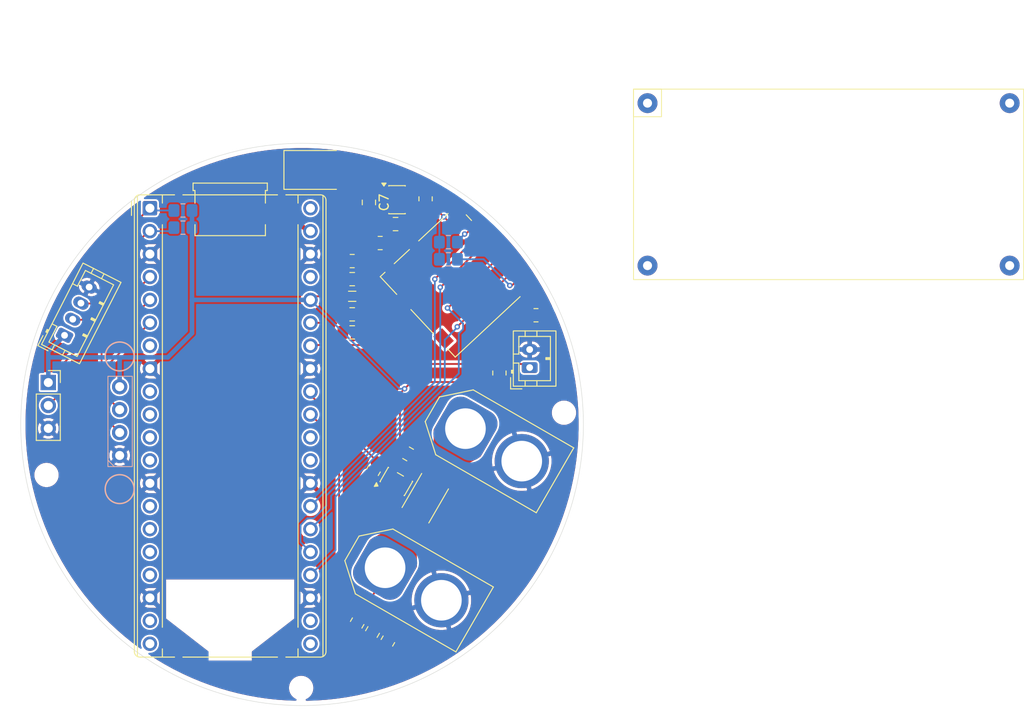
<source format=kicad_pcb>
(kicad_pcb
	(version 20241229)
	(generator "pcbnew")
	(generator_version "9.0")
	(general
		(thickness 1.6)
		(legacy_teardrops no)
	)
	(paper "A4")
	(layers
		(0 "F.Cu" signal)
		(2 "B.Cu" signal)
		(9 "F.Adhes" user "F.Adhesive")
		(11 "B.Adhes" user "B.Adhesive")
		(13 "F.Paste" user)
		(15 "B.Paste" user)
		(5 "F.SilkS" user "F.Silkscreen")
		(7 "B.SilkS" user "B.Silkscreen")
		(1 "F.Mask" user)
		(3 "B.Mask" user)
		(17 "Dwgs.User" user "User.Drawings")
		(19 "Cmts.User" user "User.Comments")
		(21 "Eco1.User" user "User.Eco1")
		(23 "Eco2.User" user "User.Eco2")
		(25 "Edge.Cuts" user)
		(27 "Margin" user)
		(31 "F.CrtYd" user "F.Courtyard")
		(29 "B.CrtYd" user "B.Courtyard")
		(35 "F.Fab" user)
		(33 "B.Fab" user)
		(39 "User.1" user)
		(41 "User.2" user)
		(43 "User.3" user)
		(45 "User.4" user)
	)
	(setup
		(pad_to_mask_clearance 0)
		(allow_soldermask_bridges_in_footprints no)
		(tenting front back)
		(grid_origin 134.95 93.5)
		(pcbplotparams
			(layerselection 0x00000000_00000000_55555555_5755f5ff)
			(plot_on_all_layers_selection 0x00000000_00000000_00000000_00000000)
			(disableapertmacros no)
			(usegerberextensions no)
			(usegerberattributes yes)
			(usegerberadvancedattributes yes)
			(creategerberjobfile yes)
			(dashed_line_dash_ratio 12.000000)
			(dashed_line_gap_ratio 3.000000)
			(svgprecision 4)
			(plotframeref no)
			(mode 1)
			(useauxorigin no)
			(hpglpennumber 1)
			(hpglpenspeed 20)
			(hpglpendiameter 15.000000)
			(pdf_front_fp_property_popups yes)
			(pdf_back_fp_property_popups yes)
			(pdf_metadata yes)
			(pdf_single_document no)
			(dxfpolygonmode yes)
			(dxfimperialunits yes)
			(dxfusepcbnewfont yes)
			(psnegative no)
			(psa4output no)
			(plot_black_and_white yes)
			(sketchpadsonfab no)
			(plotpadnumbers no)
			(hidednponfab no)
			(sketchdnponfab yes)
			(crossoutdnponfab yes)
			(subtractmaskfromsilk no)
			(outputformat 1)
			(mirror no)
			(drillshape 1)
			(scaleselection 1)
			(outputdirectory "")
		)
	)
	(net 0 "")
	(net 1 "/ISENSE_ADC")
	(net 2 "/SCL")
	(net 3 "unconnected-(A1-GPIO5-Pad7)")
	(net 4 "GND")
	(net 5 "unconnected-(A1-VBUS-Pad40)")
	(net 6 "Net-(A1-VSYS)")
	(net 7 "unconnected-(A1-GPIO8-Pad11)")
	(net 8 "/NTC_ADC")
	(net 9 "unconnected-(A1-GPIO15-Pad20)")
	(net 10 "/SD_MOSI")
	(net 11 "/VBAT_ADC")
	(net 12 "/SPI1_MISO")
	(net 13 "/UART0_RX")
	(net 14 "+3.3V")
	(net 15 "/SD_CLK")
	(net 16 "unconnected-(A1-GPIO6-Pad9)")
	(net 17 "/LC_SCK")
	(net 18 "unconnected-(A1-GPIO9-Pad12)")
	(net 19 "/UART0_TX")
	(net 20 "unconnected-(A1-GPIO7-Pad10)")
	(net 21 "/RPM")
	(net 22 "/SPI1_SCK")
	(net 23 "/SD_MISO")
	(net 24 "unconnected-(A1-GPIO14-Pad19)")
	(net 25 "unconnected-(A1-3V3_EN-Pad37)")
	(net 26 "/SDA")
	(net 27 "Net-(A1-ADC_VREF)")
	(net 28 "unconnected-(A1-RUN-Pad30)")
	(net 29 "/SD_CS")
	(net 30 "/SPI1_MOSI")
	(net 31 "unconnected-(A1-GPIO22-Pad29)")
	(net 32 "/SPI1_CSN")
	(net 33 "/LC_DT")
	(net 34 "/DET_B")
	(net 35 "+5V")
	(net 36 "+12V")
	(net 37 "Net-(J10-SHIELD)")
	(net 38 "/DET_A")
	(net 39 "Net-(J10-VDD)")
	(net 40 "Net-(J10-DAT1)")
	(net 41 "Net-(J10-DAT2)")
	(net 42 "Net-(R4-Pad1)")
	(net 43 "Net-(U2-QOD)")
	(net 44 "unconnected-(U2-CT-Pad4)")
	(net 45 "/BOUT_P")
	(footprint "MountingHole:MountingHole_2.2mm_M2_ISO7380" (layer "F.Cu") (at 134.85 122.7))
	(footprint "Resistor_SMD:R_2512_6332Metric_Pad1.40x3.35mm_HandSolder" (layer "F.Cu") (at 148.589359 101.672982 -120))
	(footprint "Resistor_SMD:R_0805_2012Metric_Pad1.20x1.40mm_HandSolder" (layer "F.Cu") (at 160.85 81.4 180))
	(footprint "Resistor_SMD:R_0805_2012Metric_Pad1.20x1.40mm_HandSolder" (layer "F.Cu") (at 142.860194 98.596186 60))
	(footprint "Inductor_SMD:L_0805_2012Metric_Pad1.05x1.20mm_HandSolder" (layer "F.Cu") (at 140.5 79.3 180))
	(footprint "Resistor_SMD:R_0805_2012Metric_Pad1.20x1.40mm_HandSolder" (layer "F.Cu") (at 141.05 115.5 -120))
	(footprint "Buck:LM2596_DCDC_Module" (layer "F.Cu") (at 193.25 66.9))
	(footprint "Connector_AMASS:AMASS_XT60-F_1x02_P7.20mm_Vertical" (layer "F.Cu") (at 153.039358 93.965356 -30))
	(footprint "Connector_AMASS:AMASS_XT60-F_1x02_P7.20mm_Vertical" (layer "F.Cu") (at 144.139359 109.380607 -30))
	(footprint "Diode_SMD:D_SMB" (layer "F.Cu") (at 136.6 65.3))
	(footprint "Resistor_SMD:R_0805_2012Metric_Pad1.20x1.40mm_HandSolder" (layer "F.Cu") (at 143.6 73.4 180))
	(footprint "Module:RaspberryPi_Pico_Common_THT" (layer "F.Cu") (at 118.1 69.54))
	(footprint "Capacitor_SMD:C_0805_2012Metric_Pad1.18x1.45mm_HandSolder" (layer "F.Cu") (at 146.688655 96.765098 -30))
	(footprint "MountingHole:MountingHole_2.2mm_M2_ISO7380" (layer "F.Cu") (at 163.95 92.2))
	(footprint "MountingHole:MountingHole_2.2mm_M2_ISO7380" (layer "F.Cu") (at 106.65 99.1))
	(footprint "Package_TO_SOT_SMD:SOT-23-5" (layer "F.Cu") (at 145.385066 99.822981 60))
	(footprint "Package_TO_SOT_SMD:SOT-23-6" (layer "F.Cu") (at 145.4625 68.6))
	(footprint "Capacitor_SMD:C_0805_2012Metric_Pad1.18x1.45mm_HandSolder" (layer "F.Cu") (at 142.75 116.5 60))
	(footprint "Connector_Card:microSD_HC_Molex_104031-0811" (layer "F.Cu") (at 152 77.6 -47))
	(footprint "Connector_JST:JST_PH_B4B-PH-K_1x04_P2.00mm_Vertical" (layer "F.Cu") (at 108.647975 83.623326 63))
	(footprint "Connector_PinSocket_2.54mm:PinSocket_1x03_P2.54mm_Vertical" (layer "F.Cu") (at 106.85 88.86))
	(footprint "Resistor_SMD:R_0805_2012Metric_Pad1.20x1.40mm_HandSolder" (layer "F.Cu") (at 144.45 117.5 60))
	(footprint "Capacitor_SMD:C_0805_2012Metric_Pad1.18x1.45mm_HandSolder" (layer "F.Cu") (at 145.3 71.3 180))
	(footprint "Capacitor_SMD:C_0805_2012Metric_Pad1.18x1.45mm_HandSolder" (layer "F.Cu") (at 142.35 68.9 -90))
	(footprint "Capacitor_SMD:C_0805_2012Metric_Pad1.18x1.45mm_HandSolder" (layer "F.Cu") (at 140.5 77.4))
	(footprint "Resistor_SMD:R_0805_2012Metric_Pad1.20x1.40mm_HandSolder" (layer "F.Cu") (at 140.5 75.4))
	(footprint "Resistor_SMD:R_0805_2012Metric_Pad1.20x1.40mm_HandSolder" (layer "F.Cu") (at 156.8 87.8 90))
	(footprint "Resistor_SMD:R_0805_2012Metric_Pad1.20x1.40mm_HandSolder" (layer "F.Cu") (at 148.625 68.5 -90))
	(footprint "Capacitor_SMD:C_0805_2012Metric_Pad1.18x1.45mm_HandSolder" (layer "F.Cu") (at 140.5 81.3))
	(footprint "Connector_JST:JST_PH_B2B-PH-K_1x02_P2.00mm_Vertical" (layer "F.Cu") (at 160.15 87.2 90))
	(footprint "Capacitor_SMD:C_0805_2012Metric_Pad1.18x1.45mm_HandSolder" (layer "F.Cu") (at 140.5 83.3))
	(footprint "Resistor_SMD:R_0805_2012Metric_Pad1.20x1.40mm_HandSolder" (layer "B.Cu") (at 151.15 73.3))
	(footprint "HX711Module:HX711_Module_NoAnalog" (layer "B.Cu") (at 126.55 93.667))
	(footprint "Resistor_SMD:R_0805_2012Metric_Pad1.20x1.40mm_HandSolder" (layer "B.Cu") (at 121.761604 69.7929 180))
	(footprint "Resistor_SMD:R_0805_2012Metric_Pad1.20x1.40mm_HandSolder" (layer "B.Cu") (at 151.15 75.2))
	(footprint "Resistor_SMD:R_0805_2012Metric_Pad1.20x1.40mm_HandSolder" (layer "B.Cu") (at 121.761604 71.6929 180))
	(gr_line
		(start 147.75 103)
		(end 146.95 104.3)
		(stroke
			(width 0.2)
			(type default)
		)
		(layer "F.Cu")
		(net 36)
		(uuid "2df46c3b-215f-41bd-8d44-0955e870552b")
	)
	(gr_line
		(start 148.55 100.3)
		(end 149.25 100.3)
		(stroke
			(width 0.2)
			(type default)
		)
		(layer "F.Cu")
		(net 45)
		(uuid "3820bcbe-7143-4377-83c7-ed9a88a6343d")
	)
	(gr_line
		(start 147.55 102.3)
		(end 147.75 103)
		(stroke
			(width 0.2)
			(type default)
		)
		(layer "F.Cu")
		(net 36)
		(uuid "463151d0-fb33-4796-8b72-6546a5f3391e")
	)
	(gr_line
		(start 146.75 99.3)
		(end 148.55 100.3)
		(stroke
			(width 0.2)
			(type default)
		)
		(layer "F.Cu")
		(net 45)
		(uuid "b69c472b-aa2f-4038-a41f-1878b7fbfa21")
	)
	(gr_line
		(start 141.55 114.6)
		(end 143.15 111.8)
		(stroke
			(width 0.2)
			(type default)
		)
		(layer "F.Cu")
		(net 36)
		(uuid "b88a325b-7965-48a3-9e21-9fa522e6da91")
	)
	(gr_line
		(start 149.25 100.3)
		(end 150.05 99)
		(stroke
			(width 0.2)
			(type default)
		)
		(layer "F.Cu")
		(net 45)
		(uuid "c33c3565-083c-4986-a070-9d4c396c6850")
	)
	(gr_line
		(start 144.05 100.3)
		(end 142.35 99.4)
		(stroke
			(width 0.2)
			(type default)
		)
		(layer "F.Cu")
		(net 42)
		(uuid "f1b41719-89c1-413b-8fbe-0bfdbbfefa49")
	)
	(gr_line
		(start 145.25 98.1)
		(end 145.95 96.8)
		(stroke
			(width 0.2)
			(type default)
		)
		(layer "F.Cu")
		(net 14)
		(uuid "f1e5e460-9474-45a9-b0c5-68ad9bcc5afa")
	)
	(gr_line
		(start 145.65 101.3)
		(end 147.55 102.3)
		(stroke
			(width 0.2)
			(type default)
		)
		(layer "F.Cu")
		(net 36)
		(uuid "f558b25d-cc19-4831-9a56-687a7e12bb48")
	)
	(gr_circle
		(center 134.95 93.5)
		(end 166.1 93.5)
		(stroke
			(width 0.05)
			(type solid)
		)
		(fill no)
		(layer "Edge.Cuts")
		(uuid "4d39f37c-82b0-4297-991d-5e3f02ac3e50")
	)
	(gr_circle
		(center 134.95 93.5)
		(end 166.1 93.5)
		(stroke
			(width 0.05)
			(type solid)
		)
		(fill no)
		(layer "Margin")
		(uuid "dbb84c0f-8ac3-4c6b-b96a-1e774551e1f8")
	)
	(segment
		(start 143.360194 97.73016)
		(end 143.360194 97.710194)
		(width 0.2)
		(layer "F.Cu")
		(net 1)
		(uuid "4eefc112-53b1-4872-848e-4a3c5071e51b")
	)
	(segment
		(start 135.88 90.23)
		(end 135.88 89.86)
		(width 0.2)
		(layer "F.Cu")
		(net 1)
		(uuid "6f0aaa66-1c8c-4ab6-950c-fdee6f1eaf3f")
	)
	(segment
		(start 143.360194 97.710194)
		(end 135.88 90.23)
		(width 0.2)
		(layer "F.Cu")
		(net 1)
		(uuid "7285ccd7-3ba3-495e-93cb-f2b0359751e7")
	)
	(segment
		(start 109.414643 81.9)
		(end 111.2 81.9)
		(width 0.2)
		(layer "F.Cu")
		(net 2)
		(uuid "211466af-663d-4dc5-a164-e829565cdd94")
	)
	(segment
		(start 118.08 72.1)
		(end 118.1 72.08)
		(width 0.2)
		(layer "F.Cu")
		(net 2)
		(uuid "4571531e-1dcf-4a72-9dab-8cddd32e2c3d")
	)
	(segment
		(start 114.55 75.5)
		(end 117.95 72.1)
		(width 0.2)
		(layer "F.Cu")
		(net 2)
		(uuid "4e96be37-51fb-4af7-97c3-adf05a739510")
	)
	(segment
		(start 111.2 81.9)
		(end 114.55 78.55)
		(width 0.2)
		(layer "F.Cu")
		(net 2)
		(uuid "589dc0ff-0601-4fc0-bb33-4cc7bbc5e6f8")
	)
	(segment
		(start 114.55 78.55)
		(end 114.55 75.5)
		(width 0.2)
		(layer "F.Cu")
		(net 2)
		(uuid "7e57dab2-b992-4bd9-9e39-612db3378c61")
	)
	(segment
		(start 109.055956 81.541313)
		(end 109.414643 81.9)
		(width 0.2)
		(layer "F.Cu")
		(net 2)
		(uuid "9fb3c99c-a6c8-4b56-8bca-7e8e2d69e337")
	)
	(segment
		(start 117.95 72.1)
		(end 118.08 72.1)
		(width 0.2)
		(layer "F.Cu")
		(net 2)
		(uuid "d9cb47b2-faa8-4758-bb6d-d5e7cc8084e6")
	)
	(segment
		(start 118.1 72.08)
		(end 120.374504 72.08)
		(width 0.2)
		(layer "B.Cu")
		(net 2)
		(uuid "7e37ac5a-79e6-4084-97d1-d58808edb083")
	)
	(segment
		(start 120.374504 72.08)
		(end 120.761604 71.6929)
		(width 0.2)
		(layer "B.Cu")
		(net 2)
		(uuid "a3b0c38d-c6a2-43f6-ba0c-3fbe3137a7a1")
	)
	(segment
		(start 135.53 72.08)
		(end 135.88 72.08)
		(width 0.5)
		(layer "F.Cu")
		(net 6)
		(uuid "036bc7df-810f-4f19-9e8e-f3da240a669e")
	)
	(segment
		(start 134.15 70.7)
		(end 135.53 72.08)
		(width 0.5)
		(layer "F.Cu")
		(net 6)
		(uuid "5b6cd7cc-7b09-4c9e-9c87-547d9bd965f0")
	)
	(segment
		(start 134.15 65.6)
		(end 134.15 70.7)
		(width 0.5)
		(layer "F.Cu")
		(net 6)
		(uuid "d305ad64-87e2-4691-b421-d2450f69474f")
	)
	(segment
		(start 134.45 65.3)
		(end 134.15 65.6)
		(width 0.5)
		(layer "F.Cu")
		(net 6)
		(uuid "f331e36a-1f23-40c8-8521-ad5f71c0b5b4")
	)
	(segment
		(start 145.35 86.8)
		(end 156.8 86.8)
		(width 0.2)
		(layer "F.Cu")
		(net 8)
		(uuid "25d528a0-00fe-4fae-be29-00a75ef23d73")
	)
	(segment
		(start 135.96 84.7)
		(end 143.25 84.7)
		(width 0.2)
		(layer "F.Cu")
		(net 8)
		(uuid "4de930b6-6279-4fbd-bfb4-643f2fbb1c36")
	)
	(segment
		(start 143.25 84.7)
		(end 145.35 86.8)
		(width 0.2)
		(layer "F.Cu")
		(net 8)
		(uuid "7b4f182d-3430-4626-8ea4-c3cae11b5b0c")
	)
	(segment
		(start 135.88 84.78)
		(end 135.96 84.7)
		(width 0.2)
		(layer "F.Cu")
		(net 8)
		(uuid "989d4b8a-ca9c-42aa-8f83-11f1c8b07bc6")
	)
	(segment
		(start 160.15 87.2)
		(end 159.75 86.8)
		(width 0.2)
		(layer "F.Cu")
		(net 8)
		(uuid "b5affcb5-8421-4f00-8c9c-78f955f2ff53")
	)
	(segment
		(start 159.75 86.8)
		(end 156.8 86.8)
		(width 0.2)
		(layer "F.Cu")
		(net 8)
		(uuid "b5d16c12-368c-4b1f-b53b-4e9676198ff5")
	)
	(segment
		(start 155.368668 73.221233)
		(end 150.289901 78.3)
		(width 0.2)
		(layer "F.Cu")
		(net 10)
		(uuid "5b42790e-b521-4c7b-b325-ebb020778fff")
	)
	(segment
		(start 150.289901 78.3)
		(end 150.25 78.3)
		(width 0.2)
		(layer "F.Cu")
		(net 10)
		(uuid "5dbfa705-1250-4175-909b-089516ea0c1d")
	)
	(via
		(at 150.25 78.3)
		(size 0.6)
		(drill 0.3)
		(layers "F.Cu" "B.Cu")
		(net 10)
		(uuid "4117ba32-427e-42fa-aa91-dc29333f0d78")
	)
	(segment
		(start 137.634314 102.515686)
		(end 137.634314 101.384314)
		(width 0.2)
		(layer "B.Cu")
		(net 10)
		(uuid "0b45a4a4-3648-465a-bc42-a60e2dddf336")
	)
	(segment
		(start 150.25 88.768628)
		(end 150.25 78.3)
		(width 0.2)
		(layer "B.Cu")
		(net 10)
		(uuid "1600bb01-bf93-4de3-869f-dfd230bf8c08")
	)
	(segment
		(start 134.779 106.539)
		(end 134.779 104.64395)
		(width 0.2)
		(layer "B.Cu")
		(net 10)
		(uuid "46646574-5959-4b40-a4bb-5746011641d7")
	)
	(segment
		(start 135.88 107.64)
		(end 134.779 106.539)
		(width 0.2)
		(layer "B.Cu")
		(net 10)
		(uuid "58d1c042-1100-4912-ab4f-dc7dc89566bd")
	)
	(segment
		(start 134.779 104.64395)
		(end 135.52295 103.9)
		(width 0.2)
		(layer "B.Cu")
		(net 10)
		(uuid "7a45ff8f-fc45-4246-b307-3dd88ed74400")
	)
	(segment
		(start 136.25 103.9)
		(end 137.634314 102.515686)
		(width 0.2)
		(layer "B.Cu")
		(net 10)
		(uuid "a649efae-43d7-42fe-a530-e55915b1fac6")
	)
	(segment
		(start 137.634314 101.384314)
		(end 150.25 88.768628)
		(width 0.2)
		(layer "B.Cu")
		(net 10)
		(uuid "c2024c17-1592-498d-a572-8761cf12480c")
	)
	(segment
		(start 135.52295 103.9)
		(end 136.25 103.9)
		(width 0.2)
		(layer "B.Cu")
		(net 10)
		(uuid "efb8d947-4616-421b-8780-379f6caede5e")
	)
	(segment
		(start 139.05 95.57)
		(end 135.88 92.4)
		(width 0.2)
		(layer "F.Cu")
		(net 11)
		(uuid "47cbc32f-119e-4e71-8449-fc5be0a0e920")
	)
	(segment
		(start 139.05 114.866026)
		(end 139.05 95.57)
		(width 0.2)
		(layer "F.Cu")
		(net 11)
		(uuid "6d9b71b1-0d98-4eaa-a4e3-c19704998eda")
	)
	(segment
		(start 140.55 116.366026)
		(end 139.05 114.866026)
		(width 0.2)
		(layer "F.Cu")
		(net 11)
		(uuid "a241b935-5922-4ae3-bd31-af9562f28a88")
	)
	(segment
		(start 140.9875 67.8625)
		(end 142.35 67.8625)
		(width 0.2)
		(layer "F.Cu")
		(net 14)
		(uuid "0052405a-78b5-4de6-8a34-4a967aec362e")
	)
	(segment
		(start 139.5 69.35)
		(end 140.9875 67.8625)
		(width 0.2)
		(layer "F.Cu")
		(net 14)
		(uuid "1914ff1e-0378-4236-9a28-718b69a2f5a0")
	)
	(segment
		(start 145.790154 90.059846)
		(end 147.05 88.8)
		(width 0.2)
		(layer "F.Cu")
		(net 14)
		(uuid "1ba3014a-715b-48c3-b754-232e11860267")
	)
	(segment
		(start 139.4625 77.4)
		(end 139.4625 79.1875)
		(width 0.2)
		(layer "F.Cu")
		(net 14)
		(uuid "2afea863-d978-4591-a7d2-e16bb5a6b421")
	)
	(segment
		(start 144.325 67.65)
		(end 142.5625 67.65)
		(width 0.2)
		(layer "F.Cu")
		(net 14)
		(uuid "400e57fa-7cf6-475d-8a7c-5a69d31b1666")
	)
	(segment
		(start 139.35 79.3)
		(end 136.28 79.3)
		(width 0.2)
		(layer "F.Cu")
		(net 14)
		(uuid "4e35218e-0fe1-4bc3-9c25-a1ac04c7188b")
	)
	(segment
		(start 156.8 88.8)
		(end 147.05 88.8)
		(width 0.2)
		(layer "F.Cu")
		(net 14)
		(uuid "5e662ccb-10b6-49f5-8b46-3a5e19614ffc")
	)
	(segment
		(start 139.4625 79.1875)
		(end 139.35 79.3)
		(width 0.2)
		(layer "F.Cu")
		(net 14)
		(uuid "6bc73c26-8c93-4be1-9a92-aecbcba869e4")
	)
	(segment
		(start 145.790154 96.246348)
		(end 145.790154 90.059846)
		(width 0.2)
		(layer "F.Cu")
		(net 14)
		(uuid "6ef1633b-c4e2-477d-a960-9bc9a752f979")
	)
	(segment
		(start 142.5625 67.65)
		(end 142.35 67.8625)
		(width 0.2)
		(layer "F.Cu")
		(net 14)
		(uuid "87e34536-dbbd-4d37-8e53-332e6e870ef2")
	)
	(segment
		(start 139.5 75.4)
		(end 139.5 69.35)
		(width 0.2)
		(layer "F.Cu")
		(net 14)
		(uuid "aa6cc20c-9a5b-4e19-84c5-6698fc3bd406")
	)
	(segment
		(start 136.28 79.3)
		(end 135.88 79.7)
		(width 0.2)
		(layer "F.Cu")
		(net 14)
		(uuid "c25f52df-a5d8-4354-95f6-85bd977c5e8a")
	)
	(via
		(at 146.3 89.55)
		(size 0.6)
		(drill 0.3)
		(layers "F.Cu" "B.Cu")
		(net 14)
		(uuid "4a4cf025-c19b-46de-b7d1-c9b9eb8bd014")
	)
	(segment
		(start 115.75 86.064)
		(end 120.086 86.064)
		(width 0.5)
		(layer "B.Cu")
		(net 14)
		(uuid "075d3dc1-47bd-4dbe-9cef-70f572e2a7ea")
	)
	(segment
		(start 122.761604 83.388396)
		(end 122.761604 79.7)
		(width 0.5)
		(layer "B.Cu")
		(net 14)
		(uuid "1b567e70-4cdd-48ce-975f-791c6e8c36e8")
	)
	(segment
		(start 115.75 86.064)
		(end 114.55 86.064)
		(width 0.5)
		(layer "B.Cu")
		(net 14)
		(uuid "261481a5-c9fb-4676-8b4a-369ddfbd41ea")
	)
	(segment
		(start 122.761604 79.7)
		(end 135.88 79.7)
		(width 0.5)
		(layer "B.Cu")
		(net 14)
		(uuid "4cce6078-ad6b-4c01-9798-7c47a4c2aa04")
	)
	(segment
		(start 135.88 79.7)
		(end 145.73 89.55)
		(width 0.2)
		(layer "B.Cu")
		(net 14)
		(uuid "54a22445-ef0d-4793-8052-47e9939e35b1")
	)
	(segment
		(start 120.086 86.064)
		(end 122.761604 83.388396)
		(width 0.5)
		(layer "B.Cu")
		(net 14)
		(uuid "639b08ae-7f1e-407a-b157-6fc28d594e9e")
	)
	(segment
		(start 145.73 89.55)
		(end 146.3 89.55)
		(width 0.2)
		(layer "B.Cu")
		(net 14)
		(uuid "7aa675cb-4ca4-416c-83e3-93019a5bff17")
	)
	(segment
		(start 106.886 86.064)
		(end 106.85 86.1)
		(width 0.5)
		(layer "B.Cu")
		(net 14)
		(uuid "7fa944e2-92af-4604-ac88-6b2771e336ef")
	)
	(segment
		(start 114.55 86.064)
		(end 106.886 86.064)
		(width 0.5)
		(layer "B.Cu")
		(net 14)
		(uuid "8c8c098f-a893-4ad8-b880-85c54877c339")
	)
	(segment
		(start 114.75 86.264)
		(end 114.55 86.064)
		(width 0.5)
		(layer "B.Cu")
		(net 14)
		(uuid "a333cbc7-5acd-40f8-97bb-8e562c551a5b")
	)
	(segment
		(start 106.85 85.421301)
		(end 108.647975 83.623326)
		(width 0.5)
		(layer "B.Cu")
		(net 14)
		(uuid "b344f085-4cc1-4a8a-9796-67beb2982f5f")
	)
	(segment
		(start 106.85 86.1)
		(end 106.85 85.421301)
		(width 0.5)
		(layer "B.Cu")
		(net 14)
		(uuid "bd7c268a-9935-4bf8-9327-af83ef240e5f")
	)
	(segment
		(start 106.99 89)
		(end 106.85 88.86)
		(width 0.5)
		(layer "B.Cu")
		(net 14)
		(uuid "de278149-7907-44a4-a5a1-c08f18e15657")
	)
	(segment
		(start 106.85 88.86)
		(end 106.85 86.1)
		(width 0.5)
		(layer "B.Cu")
		(net 14)
		(uuid "e42674f2-614e-4d62-b763-3360fb09d030")
	)
	(segment
		(start 114.75 89.32)
		(end 114.43 89)
		(width 0.5)
		(layer "B.Cu")
		(net 14)
		(uuid "e84cab7b-1dc7-4604-83c0-707644b2faf9")
	)
	(segment
		(start 122.761604 79.7)
		(end 122.761604 69.7929)
		(width 0.5)
		(layer "B.Cu")
		(net 14)
		(uuid "f256436e-8f26-4fc9-ba40-b5796aebc49b")
	)
	(segment
		(start 114.75 89.32)
		(end 114.75 86.264)
		(width 0.5)
		(layer "B.Cu")
		(net 14)
		(uuid "fa2ea609-c46b-42d0-9783-942b59de060c")
	)
	(segment
		(start 151.099278 80.6)
		(end 151.05 80.6)
		(width 0.2)
		(layer "F.Cu")
		(net 15)
		(uuid "30797f8a-50c2-407c-9f64-e64bcd0e3d88")
	)
	(segment
		(start 156.869065 74.830213)
		(end 151.099278 80.6)
		(width 0.2)
		(layer "F.Cu")
		(net 15)
		(uuid "9f8c1a44-ae7a-4f3e-ba4d-c5178d047d4d")
	)
	(via
		(at 151.05 80.6)
		(size 0.6)
		(drill 0.3)
		(layers "F.Cu" "B.Cu")
		(net 15)
		(uuid "47464cdf-a539-4225-8fcf-c9b6d3709df1")
	)
	(segment
		(start 152.779327 82.948566)
		(end 152.779327 82.329327)
		(width 0.2)
		(layer "B.Cu")
		(net 15)
		(uuid "08be3b59-ad46-4701-be57-886a98756f6b")
	)
	(segment
		(start 152.3 83.427893)
		(end 152.779327 82.948566)
		(width 0.2)
		(layer "B.Cu")
		(net 15)
		(uuid "0da75b40-84f0-4e3f-8e86-a644ff6302dc")
	)
	(segment
		(start 152.3 87.85)
		(end 152.3 83.427893)
		(width 0.2)
		(layer "B.Cu")
		(net 15)
		(uuid "1adf999e-975f-4525-b3d5-378bae5ff37f")
	)
	(segment
		(start 138.65 101.5)
		(end 152.3 87.85)
		(width 0.2)
		(layer "B.Cu")
		(net 15)
		(uuid "676c8edb-bd6c-4882-9ac0-8cd58944ec9e")
	)
	(segment
		(start 135.88 110.18)
		(end 138.65 107.41)
		(width 0.2)
		(layer "B.Cu")
		(net 15)
		(uuid "d52bcd81-b070-480c-b01e-97014de802d1")
	)
	(segment
		(start 152.779327 82.329327)
		(end 151.05 80.6)
		(width 0.2)
		(layer "B.Cu")
		(net 15)
		(uuid "f07eae34-1c1a-4591-8ae4-91706f55d099")
	)
	(segment
		(start 138.65 107.41)
		(end 138.65 101.5)
		(width 0.2)
		(layer "B.Cu")
		(net 15)
		(uuid "f633eb62-2738-4070-8628-96bc7e99b830")
	)
	(segment
		(start 114.75 91.86)
		(end 113.25 90.36)
		(width 0.2)
		(layer "F.Cu")
		(net 17)
		(uuid "444edc0d-ad30-4ecf-893a-6861ea3d5242")
	)
	(segment
		(start 113.25 87.09)
		(end 118.1 82.24)
		(width 0.2)
		(layer "F.Cu")
		(net 17)
		(uuid "fadbdd84-301c-488e-afd8-52a759ee3a50")
	)
	(segment
		(start 113.25 90.36)
		(end 113.25 87.09)
		(width 0.2)
		(layer "F.Cu")
		(net 17)
		(uuid "fdfc97e7-a19a-4016-8914-e70354782bdb")
	)
	(segment
		(start 108.65 89.6)
		(end 106.85 91.4)
		(width 0.2)
		(layer "F.Cu")
		(net 21)
		(uuid "319309bc-517c-4a4d-bcca-15169559eb81")
	)
	(segment
		(start 108.65 86.61)
		(end 108.65 89.6)
		(width 0.2)
		(layer "F.Cu")
		(net 21)
		(uuid "91cc0c56-90d4-45d7-a8b8-a39014f6a6c2")
	)
	(segment
		(start 118.1 77.16)
		(end 108.65 86.61)
		(width 0.2)
		(layer "F.Cu")
		(net 21)
		(uuid "eca1934c-4ff5-4926-8198-00fbd29731b2")
	)
	(segment
		(start 158.369462 76.439192)
		(end 152.129327 82.679327)
		(width 0.2)
		(layer "F.Cu")
		(net 23)
		(uuid "41c238f1-cb1f-453a-b66a-3d6bd53d5159")
	)
	(via
		(at 152.129327 82.679327)
		(size 0.6)
		(drill 0.3)
		(layers "F.Cu" "B.Cu")
		(net 23)
		(uuid "9dbeabcf-24ce-4cb8-97b8-e33ec659edb2")
	)
	(segment
		(start 152.129327 82.744879)
		(end 152.129327 82.679327)
		(width 0.2)
		(layer "B.Cu")
		(net 23)
		(uuid "006f6a94-5203-42be-a64d-4a6d508ea4f8")
	)
	(segment
		(start 150.75 84.124206)
		(end 152.129327 82.744879)
		(width 0.2)
		(layer "B.Cu")
		(net 23)
		(uuid "5bfcc7f2-2553-4206-91a9-81ac5966e3ec")
	)
	(segment
		(start 138.167157 102.812843)
		(end 138.167157 101.417157)
		(width 0.2)
		(layer "B.Cu")
		(net 23)
		(uuid "787fc0e1-ce04-47ca-9c53-48c31088ef5b")
	)
	(segment
		(start 135.88 105.1)
		(end 138.167157 102.812843)
		(width 0.2)
		(layer "B.Cu")
		(net 23)
		(uuid "dd3cdcce-5faa-4eb2-b9d8-a6cdfeab2c13")
	)
	(segment
		(start 150.75 88.834314)
		(end 150.75 84.124206)
		(width 0.2)
		(layer "B.Cu")
		(net 23)
		(uuid "f002a166-e2f7-46a1-9b83-8cbe8be67a4e")
	)
	(segment
		(start 138.167157 101.417157)
		(end 150.75 88.834314)
		(width 0.2)
		(layer "B.Cu")
		(net 23)
		(uuid "f4588899-de58-41ab-b63e-6325c8d5e2a8")
	)
	(segment
		(start 109.963937 79.759299)
		(end 110.304638 80.1)
		(width 0.2)
		(layer "F.Cu")
		(net 26)
		(uuid "00bfa33e-a608-41b2-80f9-95e645a64770")
	)
	(segment
		(start 113.4 74.2)
		(end 118.06 69.54)
		(width 0.2)
		(layer "F.Cu")
		(net 26)
		(uuid "2a453d2b-6a0d-4682-854d-79390dfad3fa")
	)
	(segment
		(start 110.304638 80.1)
		(end 111.9 80.1)
		(width 0.2)
		(layer "F.Cu")
		(net 26)
		(uuid "2f5fd4fe-7775-44fa-92ba-b37f1e662ba3")
	)
	(segment
		(start 111.9 80.1)
		(end 113.4 78.6)
		(width 0.2)
		(layer "F.Cu")
		(net 26)
		(uuid "98ac56c0-1aa8-465c-8269-692a0e49661e")
	)
	(segment
		(start 113.4 78.6)
		(end 113.4 74.2)
		(width 0.2)
		(layer "F.Cu")
		(net 26)
		(uuid "e7357383-7656-46de-96b2-636071cc738d")
	)
	(segment
		(start 118.06 69.54)
		(end 118.1 69.54)
		(width 0.2)
		(layer "F.Cu")
		(net 26)
		(uuid "fb2cb694-84a7-4b6d-a449-1b307427ff8b")
	)
	(segment
		(start 120.761604 69.7929)
		(end 118.3529 69.7929)
		(width 0.2)
		(layer "B.Cu")
		(net 26)
		(uuid "1ae38819-ca29-4103-a9cf-ed0a4fb1fe29")
	)
	(segment
		(start 118.3529 69.7929)
		(end 118.1 69.54)
		(width 0.2)
		(layer "B.Cu")
		(net 26)
		(uuid "2f1a1e4b-4d39-4fde-ac28-39473c8cfca5")
	)
	(segment
		(start 141.65 79.35)
		(end 141.65 79.3)
		(width 0.2)
		(layer "F.Cu")
		(net 27)
		(uuid "27a5c2ab-0910-4b8f-84f1-8e27bc9878ea")
	)
	(segment
		(start 140.3 80.3)
		(end 140.7 80.3)
		(width 0.2)
		(layer "F.Cu")
		(net 27)
		(uuid "2ee8cb55-6e10-419d-b68a-5f85bcb017e8")
	)
	(segment
		(start 140.7 80.3)
		(end 141.65 79.35)
		(width 0.2)
		(layer "F.Cu")
		(net 27)
		(uuid "4eb40587-a929-492b-865a-9ac86466b841")
	)
	(segment
		(start 138.2 83.3)
		(end 139.4625 83.3)
		(width 0.2)
		(layer "F.Cu")
		(net 27)
		(uuid "5c0e9799-fcae-4bbd-ab51-3a6dff4facc3")
	)
	(segment
		(start 139.4625 81.1375)
		(end 140.3 80.3)
		(width 0.2)
		(layer "F.Cu")
		(net 27)
		(uuid "691e7260-f1ce-47fa-b7de-e01200da525b")
	)
	(segment
		(start 139.4625 81.3)
		(end 139.4625 81.1375)
		(width 0.2)
		(layer "F.Cu")
		(net 27)
		(uuid "6b15b90f-e9ac-4bf0-9766-e835c345f215")
	)
	(segment
		(start 135.88 82.24)
		(end 137.14 82.24)
		(width 0.2)
		(layer "F.Cu")
		(net 27)
		(uuid "7fb6a70a-191e-44b9-ae66-58beb7e722c6")
	)
	(segment
		(start 139.4625 83.3)
		(end 139.4625 81.3)
		(width 0.2)
		(layer "F.Cu")
		(net 27)
		(uuid "aa3f8b0d-1a10-4f96-b407-a08cdc65a962")
	)
	(segment
		(start 137.14 82.24)
		(end 138.2 83.3)
		(width 0.2)
		(layer "F.Cu")
		(net 27)
		(uuid "f8ab8fdc-b0b3-4f07-9180-23078d953056")
	)
	(segment
		(start 154.61847 72.416745)
		(end 149.65 77.385215)
		(width 0.2)
		(layer "F.Cu")
		(net 29)
		(uuid "0f883ad9-0748-4bee-9a65-75683d953fc8")
	)
	(segment
		(start 149.65 77.385215)
		(end 149.65 77.4)
		(width 0.2)
		(layer "F.Cu")
		(net 29)
		(uuid "8cc8022c-5cb9-4f51-ba6b-a67664aa2929")
	)
	(via
		(at 149.65 77.4)
		(size 0.6)
		(drill 0.3)
		(layers "F.Cu" "B.Cu")
		(net 29)
		(uuid "b69a9bf1-27ed-494f-a40b-2efcb00d01b9")
	)
	(segment
		(start 149.65 88.79)
		(end 149.65 77.4)
		(width 0.2)
		(layer "B.Cu")
		(net 29)
		(uuid "a8b1e157-5a33-49dc-a4bc-59029aae06d1")
	)
	(segment
		(start 135.88 102.56)
		(end 149.65 88.79)
		(width 0.2)
		(layer "B.Cu")
		(net 29)
		(uuid "f75df4cf-df4e-467f-b43b-35e0817f593b")
	)
	(segment
		(start 114.75 94.4)
		(end 112.75 92.4)
		(width 0.2)
		(layer "F.Cu")
		(net 33)
		(uuid "31c4c366-0174-44f1-86c6-6463e6959aa0")
	)
	(segment
		(start 112.75 92.4)
		(end 112.75 85.05)
		(width 0.2)
		(layer "F.Cu")
		(net 33)
		(uuid "72328af7-2a3c-413f-91a9-8f61ce246270")
	)
	(segment
		(start 112.75 85.05)
		(end 118.1 79.7)
		(width 0.2)
		(layer "F
... [335537 chars truncated]
</source>
